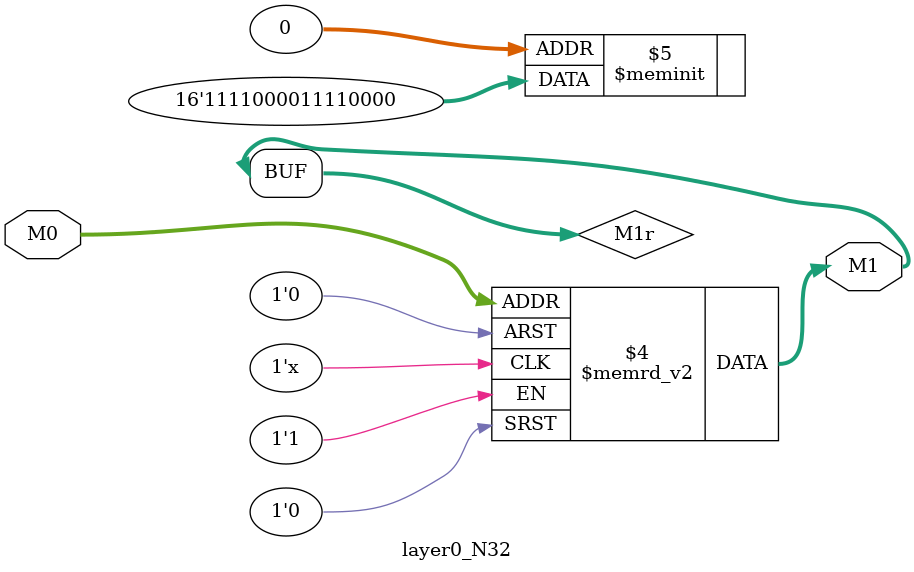
<source format=v>
module layer0_N32 ( input [2:0] M0, output [1:0] M1 );

	(*rom_style = "distributed" *) reg [1:0] M1r;
	assign M1 = M1r;
	always @ (M0) begin
		case (M0)
			3'b000: M1r = 2'b00;
			3'b100: M1r = 2'b00;
			3'b010: M1r = 2'b11;
			3'b110: M1r = 2'b11;
			3'b001: M1r = 2'b00;
			3'b101: M1r = 2'b00;
			3'b011: M1r = 2'b11;
			3'b111: M1r = 2'b11;

		endcase
	end
endmodule

</source>
